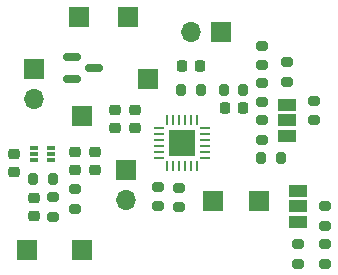
<source format=gbr>
%TF.GenerationSoftware,KiCad,Pcbnew,8.0.4*%
%TF.CreationDate,2024-09-13T17:59:23-07:00*%
%TF.ProjectId,powerTest,706f7765-7254-4657-9374-2e6b69636164,rev?*%
%TF.SameCoordinates,Original*%
%TF.FileFunction,Soldermask,Top*%
%TF.FilePolarity,Negative*%
%FSLAX46Y46*%
G04 Gerber Fmt 4.6, Leading zero omitted, Abs format (unit mm)*
G04 Created by KiCad (PCBNEW 8.0.4) date 2024-09-13 17:59:23*
%MOMM*%
%LPD*%
G01*
G04 APERTURE LIST*
G04 Aperture macros list*
%AMRoundRect*
0 Rectangle with rounded corners*
0 $1 Rounding radius*
0 $2 $3 $4 $5 $6 $7 $8 $9 X,Y pos of 4 corners*
0 Add a 4 corners polygon primitive as box body*
4,1,4,$2,$3,$4,$5,$6,$7,$8,$9,$2,$3,0*
0 Add four circle primitives for the rounded corners*
1,1,$1+$1,$2,$3*
1,1,$1+$1,$4,$5*
1,1,$1+$1,$6,$7*
1,1,$1+$1,$8,$9*
0 Add four rect primitives between the rounded corners*
20,1,$1+$1,$2,$3,$4,$5,0*
20,1,$1+$1,$4,$5,$6,$7,0*
20,1,$1+$1,$6,$7,$8,$9,0*
20,1,$1+$1,$8,$9,$2,$3,0*%
G04 Aperture macros list end*
%ADD10R,1.700000X1.700000*%
%ADD11RoundRect,0.200000X-0.200000X-0.275000X0.200000X-0.275000X0.200000X0.275000X-0.200000X0.275000X0*%
%ADD12O,1.700000X1.700000*%
%ADD13RoundRect,0.062500X0.375000X0.062500X-0.375000X0.062500X-0.375000X-0.062500X0.375000X-0.062500X0*%
%ADD14RoundRect,0.062500X0.062500X0.375000X-0.062500X0.375000X-0.062500X-0.375000X0.062500X-0.375000X0*%
%ADD15R,2.300000X2.300000*%
%ADD16RoundRect,0.200000X0.275000X-0.200000X0.275000X0.200000X-0.275000X0.200000X-0.275000X-0.200000X0*%
%ADD17RoundRect,0.200000X-0.275000X0.200000X-0.275000X-0.200000X0.275000X-0.200000X0.275000X0.200000X0*%
%ADD18RoundRect,0.225000X0.250000X-0.225000X0.250000X0.225000X-0.250000X0.225000X-0.250000X-0.225000X0*%
%ADD19R,1.500000X1.000000*%
%ADD20RoundRect,0.225000X-0.225000X-0.250000X0.225000X-0.250000X0.225000X0.250000X-0.225000X0.250000X0*%
%ADD21RoundRect,0.225000X-0.250000X0.225000X-0.250000X-0.225000X0.250000X-0.225000X0.250000X0.225000X0*%
%ADD22RoundRect,0.218750X0.256250X-0.218750X0.256250X0.218750X-0.256250X0.218750X-0.256250X-0.218750X0*%
%ADD23RoundRect,0.150000X-0.587500X-0.150000X0.587500X-0.150000X0.587500X0.150000X-0.587500X0.150000X0*%
%ADD24RoundRect,0.218750X-0.256250X0.218750X-0.256250X-0.218750X0.256250X-0.218750X0.256250X0.218750X0*%
%ADD25RoundRect,0.200000X0.200000X0.275000X-0.200000X0.275000X-0.200000X-0.275000X0.200000X-0.275000X0*%
%ADD26R,0.670001X0.299999*%
G04 APERTURE END LIST*
D10*
%TO.C,J9*%
X101250000Y-100900000D03*
%TD*%
D11*
%TO.C,R8*%
X109700000Y-98650000D03*
X111350000Y-98650000D03*
%TD*%
D10*
%TO.C,J1*%
X113040000Y-93775000D03*
D12*
X110500000Y-93775000D03*
%TD*%
D13*
%TO.C,U1*%
X111687500Y-104437500D03*
X111687500Y-103937500D03*
X111687500Y-103437500D03*
X111687500Y-102937500D03*
X111687500Y-102437500D03*
X111687500Y-101937500D03*
D14*
X111000000Y-101250000D03*
X110500000Y-101250000D03*
X110000000Y-101250000D03*
X109500000Y-101250000D03*
X109000000Y-101250000D03*
X108500000Y-101250000D03*
D13*
X107812500Y-101937500D03*
X107812500Y-102437500D03*
X107812500Y-102937500D03*
X107812500Y-103437500D03*
X107812500Y-103937500D03*
X107812500Y-104437500D03*
D14*
X108500000Y-105125000D03*
X109000000Y-105125000D03*
X109500000Y-105125000D03*
X110000000Y-105125000D03*
X110500000Y-105125000D03*
X111000000Y-105125000D03*
D15*
X109750000Y-103187500D03*
%TD*%
D16*
%TO.C,R14*%
X100700000Y-108725000D03*
X100700000Y-107075000D03*
%TD*%
D17*
%TO.C,R16*%
X98800000Y-107775000D03*
X98800000Y-109425000D03*
%TD*%
D18*
%TO.C,C5*%
X104100000Y-101950000D03*
X104100000Y-100400000D03*
%TD*%
D17*
%TO.C,R11*%
X119550000Y-111750000D03*
X119550000Y-113400000D03*
%TD*%
D10*
%TO.C,J8*%
X105200000Y-92500000D03*
%TD*%
D19*
%TO.C,JP1*%
X118650000Y-102550000D03*
X118650000Y-101250000D03*
X118650000Y-99950000D03*
%TD*%
D16*
%TO.C,R3*%
X116500000Y-102900000D03*
X116500000Y-101250000D03*
%TD*%
D10*
%TO.C,J5*%
X106900000Y-97750000D03*
%TD*%
%TO.C,J2*%
X105000000Y-105500000D03*
D12*
X105000000Y-108040000D03*
%TD*%
D10*
%TO.C,J3*%
X97200000Y-96900000D03*
D12*
X97200000Y-99440000D03*
%TD*%
D20*
%TO.C,C2*%
X109725000Y-96650000D03*
X111275000Y-96650000D03*
%TD*%
D11*
%TO.C,R6*%
X116450000Y-104450000D03*
X118100000Y-104450000D03*
%TD*%
D16*
%TO.C,R7*%
X118650000Y-98000000D03*
X118650000Y-96350000D03*
%TD*%
D21*
%TO.C,C6*%
X97200000Y-107825000D03*
X97200000Y-109375000D03*
%TD*%
D10*
%TO.C,J6*%
X101300000Y-112200000D03*
%TD*%
D17*
%TO.C,R1*%
X107700000Y-106900000D03*
X107700000Y-108550000D03*
%TD*%
D21*
%TO.C,C4*%
X100650000Y-103900000D03*
X100650000Y-105450000D03*
%TD*%
D10*
%TO.C,J11*%
X96600000Y-112200000D03*
%TD*%
D21*
%TO.C,C3*%
X102400000Y-103950000D03*
X102400000Y-105500000D03*
%TD*%
D16*
%TO.C,R2*%
X109500000Y-108600000D03*
X109500000Y-106950000D03*
%TD*%
D20*
%TO.C,C1*%
X113350000Y-100250000D03*
X114900000Y-100250000D03*
%TD*%
D22*
%TO.C,L2*%
X95500000Y-105675000D03*
X95500000Y-104100000D03*
%TD*%
D23*
%TO.C,Q1*%
X100425000Y-95900000D03*
X100425000Y-97800000D03*
X102300000Y-96850000D03*
%TD*%
D24*
%TO.C,L1*%
X105800000Y-100362500D03*
X105800000Y-101937500D03*
%TD*%
D11*
%TO.C,R15*%
X97175000Y-106200000D03*
X98825000Y-106200000D03*
%TD*%
D10*
%TO.C,J4*%
X112400000Y-108050000D03*
%TD*%
D17*
%TO.C,R13*%
X121850000Y-108550000D03*
X121850000Y-110200000D03*
%TD*%
D25*
%TO.C,R9*%
X114925000Y-98650000D03*
X113275000Y-98650000D03*
%TD*%
D16*
%TO.C,R10*%
X120900000Y-101250000D03*
X120900000Y-99600000D03*
%TD*%
D17*
%TO.C,R12*%
X121850000Y-111750000D03*
X121850000Y-113400000D03*
%TD*%
D19*
%TO.C,JP2*%
X119550000Y-107250000D03*
X119550000Y-108550000D03*
X119550000Y-109850000D03*
%TD*%
D10*
%TO.C,J10*%
X116300000Y-108050000D03*
%TD*%
%TO.C,J7*%
X101000000Y-92500000D03*
%TD*%
D26*
%TO.C,U2*%
X98680002Y-104600000D03*
X98680002Y-104100001D03*
X98680002Y-103599999D03*
X97200000Y-103599999D03*
X97200000Y-104100001D03*
X97200000Y-104600000D03*
%TD*%
D16*
%TO.C,R5*%
X116500000Y-96600000D03*
X116500000Y-94950000D03*
%TD*%
%TO.C,R4*%
X116500000Y-99725000D03*
X116500000Y-98075000D03*
%TD*%
M02*

</source>
